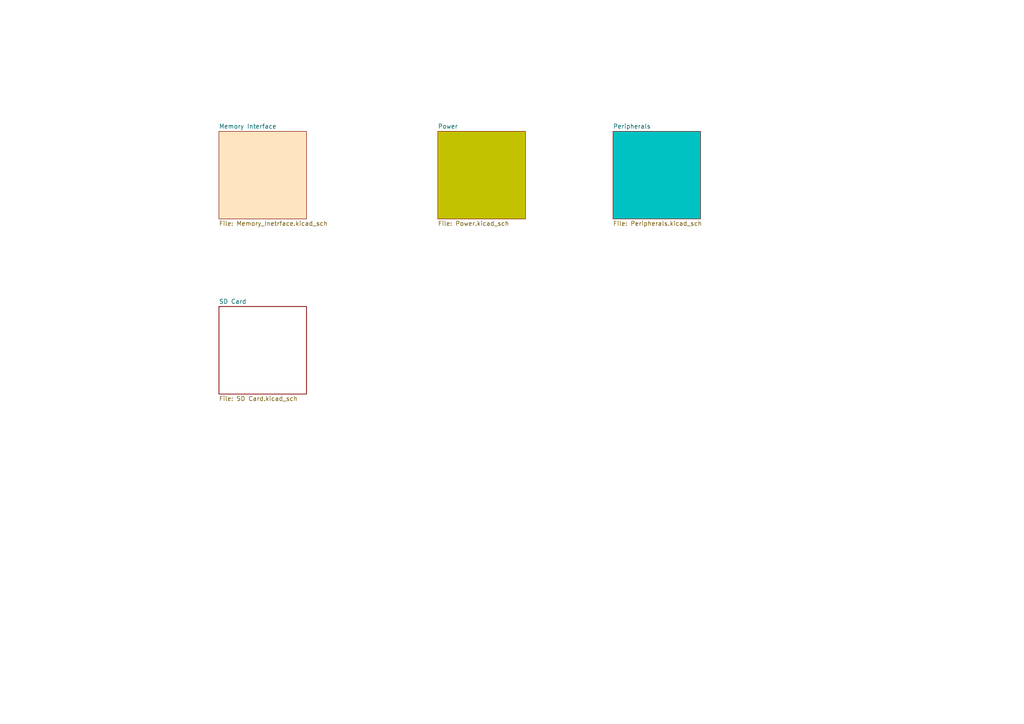
<source format=kicad_sch>
(kicad_sch (version 20230121) (generator eeschema)
  (paper "A4")
  (lib_symbols)
  (bus_alias "" (members "A0" "A1"))
  (sheet (at 63.5 38.1) (size 25.4 25.4) (stroke (width 0.1524)) (fill (color 255 229 191 1.0000))
    (property "Sheetname" "Memory Interface" (at 63.5 37.3884 0) (effects (justify left bottom)))
    (property "Sheetfile" "Memory_Inetrface.kicad_sch" (at 63.5 64.0846 0) (effects (justify left top)))
  )
  (sheet (at 63.5 88.9) (size 25.4 25.4) (stroke (width 0.1524))
    (property "Sheetname" "SD Card" (at 63.5 88.1884 0) (effects (justify left bottom)))
    (property "Sheetfile" "SD Card.kicad_sch" (at 63.5 114.8846 0) (effects (justify left top)))
  )
  (sheet (at 127 38.1) (size 25.4 25.4) (stroke (width 0.1524)) (fill (color 194 194 0 1.0000))
    (property "Sheetname" "Power" (at 127 37.3884 0) (effects (justify left bottom)))
    (property "Sheetfile" "Power.kicad_sch" (at 127 64.0846 0) (effects (justify left top)))
  )
  (sheet (at 177.8 38.1) (size 25.4 25.4) (stroke (width 0.1524)) (fill (color 0 194 194 1.0000))
    (property "Sheetname" "Peripherals" (at 177.8 37.3884 0) (effects (justify left bottom)))
    (property "Sheetfile" "Peripherals.kicad_sch" (at 177.8 64.0846 0) (effects (justify left top)))
  )
)
</source>
